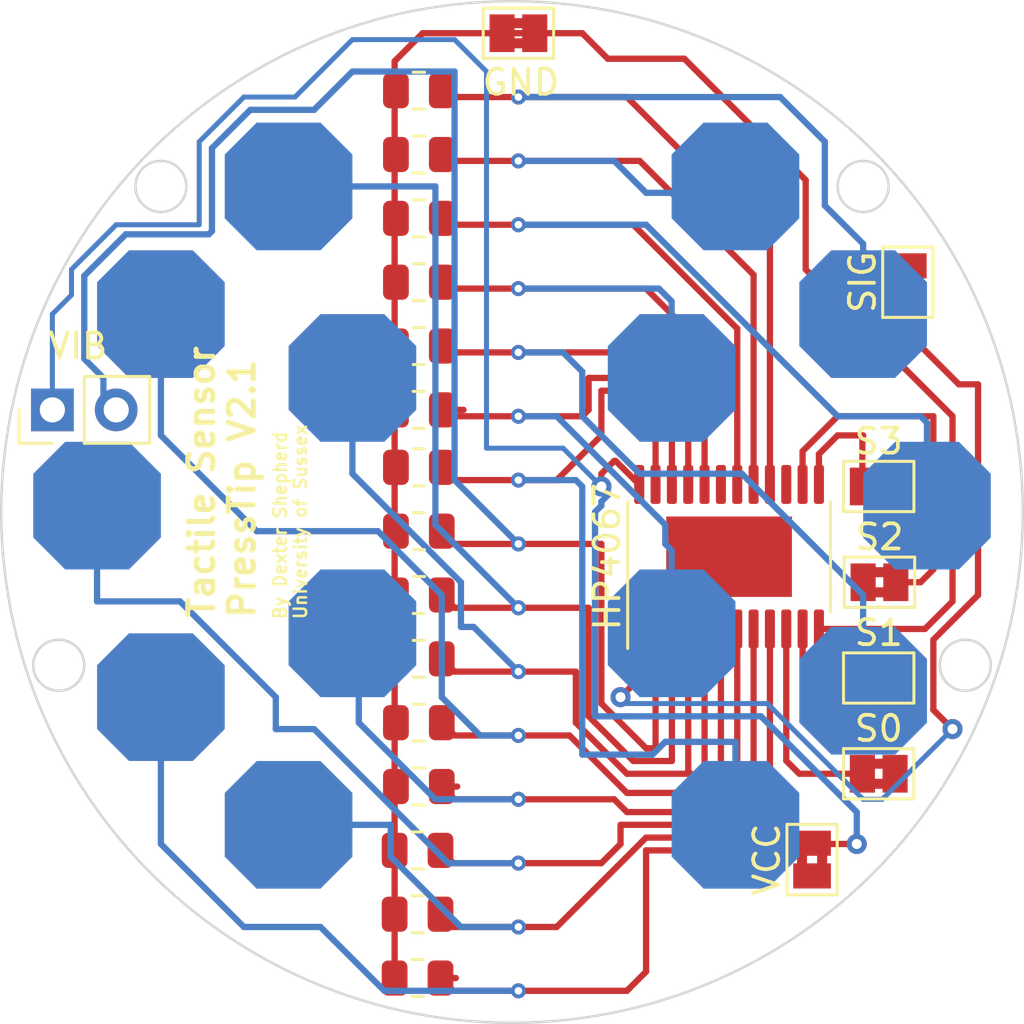
<source format=kicad_pcb>
(kicad_pcb (version 20221018) (generator pcbnew)
  (layers (0 "F.Cu" signal) (31 "B.Cu" signal) (34 "B.Paste" user) (35 "F.Paste" user) (36 "B.SilkS" user "B.Silkscreen") (37 "F.SilkS" user "F.Silkscreen") (38 "B.Mask" user) (39 "F.Mask" user) (44 "Edge.Cuts" user))
  (net 0 "")
  (footprint "Resistor_SMD:R_0805_2012Metric" (layer "F.Cu") (at 123.2935 105.156 180)
    (fp_text reference "REF**" hide)
    (fp_text value "R_0805_2012Metric" hide)
    (fp_line (start -0.227064 -0.735) (end 0.227064 -0.735) (stroke (width 0.12)) (layer "F.SilkS"))
    (fp_line (start -0.227064 0.735) (end 0.227064 0.735) (stroke (width 0.12)) (layer "F.SilkS"))
    (pad "1" smd roundrect (at -0.9125 0 180) (size 1.025 1.4) (layers "F.Cu" "F.Paste" "F.Mask") (roundrect_rratio 0.243902439))
    (pad "2" smd roundrect (at 0.9125 0 180) (size 1.025 1.4) (layers "F.Cu" "F.Paste" "F.Mask") (roundrect_rratio 0.243902439))
  )
  (footprint "Package_SO:HTSSOP-24-1EP_4.4x7.8mm_P0.65mm_EP3.2x5mm" (layer "F.Cu") (at 135.636 103.632 90)
    (fp_text reference "HP4067" (at 0 -4.85 90) (layer "F.SilkS"))
    (fp_text value "HTSSOP-24-1EP_4.4x7.8mm_P0.65mm_EP3.2x5mm" hide)
    (fp_line (start 0 -4.035) (end -3.65 -4.035) (stroke (width 0.12)) (layer "F.SilkS"))
    (fp_line (start 0 -4.035) (end 2.2 -4.035) (stroke (width 0.12)) (layer "F.SilkS"))
    (fp_line (start 0 4.035) (end -2.2 4.035) (stroke (width 0.12)) (layer "F.SilkS"))
    (fp_line (start 0 4.035) (end 2.2 4.035) (stroke (width 0.12)) (layer "F.SilkS"))
    (pad "1" smd roundrect (at -2.875 -3.575 90) (size 1.55 0.4) (layers "F.Cu" "F.Paste" "F.Mask"))
    (pad "2" smd roundrect (at -2.875 -2.925 90) (size 1.55 0.4) (layers "F.Cu" "F.Paste" "F.Mask"))
    (pad "3" smd roundrect (at -2.875 -2.275 90) (size 1.55 0.4) (layers "F.Cu" "F.Paste" "F.Mask"))
    (pad "4" smd roundrect (at -2.875 -1.625 90) (size 1.55 0.4) (layers "F.Cu" "F.Paste" "F.Mask"))
    (pad "5" smd roundrect (at -2.875 -0.975 90) (size 1.55 0.4) (layers "F.Cu" "F.Paste" "F.Mask"))
    (pad "6" smd roundrect (at -2.875 -0.325 90) (size 1.55 0.4) (layers "F.Cu" "F.Paste" "F.Mask"))
    (pad "7" smd roundrect (at -2.875 0.325 90) (size 1.55 0.4) (layers "F.Cu" "F.Paste" "F.Mask"))
    (pad "8" smd roundrect (at -2.875 0.975 90) (size 1.55 0.4) (layers "F.Cu" "F.Paste" "F.Mask"))
    (pad "9" smd roundrect (at -2.875 1.625 90) (size 1.55 0.4) (layers "F.Cu" "F.Paste" "F.Mask"))
    (pad "10" smd roundrect (at -2.875 2.275 90) (size 1.55 0.4) (layers "F.Cu" "F.Paste" "F.Mask"))
    (pad "11" smd roundrect (at -2.875 2.925 90) (size 1.55 0.4) (layers "F.Cu" "F.Paste" "F.Mask"))
    (pad "12" smd roundrect (at -2.875 3.575 90) (size 1.55 0.4) (layers "F.Cu" "F.Paste" "F.Mask"))
    (pad "13" smd roundrect (at 2.875 3.575 90) (size 1.55 0.4) (layers "F.Cu" "F.Paste" "F.Mask"))
    (pad "14" smd roundrect (at 2.875 2.925 90) (size 1.55 0.4) (layers "F.Cu" "F.Paste" "F.Mask"))
    (pad "15" smd roundrect (at 2.875 2.275 90) (size 1.55 0.4) (layers "F.Cu" "F.Paste" "F.Mask"))
    (pad "16" smd roundrect (at 2.875 1.625 90) (size 1.55 0.4) (layers "F.Cu" "F.Paste" "F.Mask"))
    (pad "17" smd roundrect (at 2.875 0.975 90) (size 1.55 0.4) (layers "F.Cu" "F.Paste" "F.Mask"))
    (pad "18" smd roundrect (at 2.875 0.325 90) (size 1.55 0.4) (layers "F.Cu" "F.Paste" "F.Mask"))
    (pad "19" smd roundrect (at 2.875 -0.325 90) (size 1.55 0.4) (layers "F.Cu" "F.Paste" "F.Mask"))
    (pad "20" smd roundrect (at 2.875 -0.975 90) (size 1.55 0.4) (layers "F.Cu" "F.Paste" "F.Mask"))
    (pad "21" smd roundrect (at 2.875 -1.625 90) (size 1.55 0.4) (layers "F.Cu" "F.Paste" "F.Mask"))
    (pad "22" smd roundrect (at 2.875 -2.275 90) (size 1.55 0.4) (layers "F.Cu" "F.Paste" "F.Mask"))
    (pad "23" smd roundrect (at 2.875 -2.925 90) (size 1.55 0.4) (layers "F.Cu" "F.Paste" "F.Mask"))
    (pad "24" smd roundrect (at 2.875 -3.575 90) (size 1.55 0.4) (layers "F.Cu" "F.Paste" "F.Mask"))
    (pad "25" smd rect (at 0 0 90) (size 3.2 5) (layers "F.Cu" "F.Mask"))
  )
  (footprint "Jumper:SolderJumper-2_P1.3mm_Bridged2Bar_Pad1.0x1.5mm" (layer "F.Cu") (at 141.62 104.648)
    (fp_text reference "S2" (at 0 -1.8) (layer "F.SilkS"))
    (fp_text value "SolderJumper-2_P1.3mm_Bridged2Bar_Pad1.0x1.5mm" hide)
    (fp_poly (pts (xy -0.25 -0.6) (xy 0.25 -0.6) (xy 0.25 -0.2) (xy -0.25 -0.2)) (fill solid) (layer "F.Cu"))
    (fp_poly (pts (xy -0.25 0.2) (xy 0.25 0.2) (xy 0.25 0.6) (xy -0.25 0.6)) (fill solid) (layer "F.Cu"))
    (fp_line (start -1.4 -1) (end 1.4 -1) (stroke (width 0.12)) (layer "F.SilkS"))
    (fp_line (start -1.4 1) (end -1.4 -1) (stroke (width 0.12)) (layer "F.SilkS"))
    (fp_line (start 1.4 -1) (end 1.4 1) (stroke (width 0.12)) (layer "F.SilkS"))
    (fp_line (start 1.4 1) (end -1.4 1) (stroke (width 0.12)) (layer "F.SilkS"))
    (pad "1" smd rect (at -0.65 0) (size 1 1.5) (layers "F.Cu" "F.Mask"))
    (pad "2" smd rect (at 0.65 0) (size 1 1.5) (layers "F.Cu" "F.Mask"))
  )
  (footprint "Resistor_SMD:R_0805_2012Metric" (layer "F.Cu") (at 123.24175 120.396 180)
    (fp_text reference "REF**" hide)
    (fp_text value "R_0805_2012Metric" hide)
    (fp_line (start -0.227064 -0.735) (end 0.227064 -0.735) (stroke (width 0.12)) (layer "F.SilkS"))
    (fp_line (start -0.227064 0.735) (end 0.227064 0.735) (stroke (width 0.12)) (layer "F.SilkS"))
    (pad "1" smd roundrect (at -0.9125 0 180) (size 1.025 1.4) (layers "F.Cu" "F.Paste" "F.Mask") (roundrect_rratio 0.243902439))
    (pad "2" smd roundrect (at 0.9125 0 180) (size 1.025 1.4) (layers "F.Cu" "F.Paste" "F.Mask") (roundrect_rratio 0.243902439))
  )
  (footprint "Resistor_SMD:R_0805_2012Metric" (layer "F.Cu") (at 123.2935 97.79 180)
    (fp_text reference "REF**" hide)
    (fp_text value "R_0805_2012Metric" hide)
    (fp_line (start -0.227064 -0.735) (end 0.227064 -0.735) (stroke (width 0.12)) (layer "F.SilkS"))
    (fp_line (start -0.227064 0.735) (end 0.227064 0.735) (stroke (width 0.12)) (layer "F.SilkS"))
    (pad "1" smd roundrect (at -0.9125 0 180) (size 1.025 1.4) (layers "F.Cu" "F.Paste" "F.Mask") (roundrect_rratio 0.243902439))
    (pad "2" smd roundrect (at 0.9125 0 180) (size 1.025 1.4) (layers "F.Cu" "F.Paste" "F.Mask") (roundrect_rratio 0.243902439))
  )
  (footprint "Resistor_SMD:R_0805_2012Metric" (layer "F.Cu") (at 123.24175 117.856 180)
    (fp_text reference "REF**" hide)
    (fp_text value "R_0805_2012Metric" hide)
    (fp_line (start -0.227064 -0.735) (end 0.227064 -0.735) (stroke (width 0.12)) (layer "F.SilkS"))
    (fp_line (start -0.227064 0.735) (end 0.227064 0.735) (stroke (width 0.12)) (layer "F.SilkS"))
    (pad "1" smd roundrect (at -0.9125 0 180) (size 1.025 1.4) (layers "F.Cu" "F.Paste" "F.Mask") (roundrect_rratio 0.243902439))
    (pad "2" smd roundrect (at 0.9125 0 180) (size 1.025 1.4) (layers "F.Cu" "F.Paste" "F.Mask") (roundrect_rratio 0.243902439))
  )
  (footprint "Jumper:SolderJumper-2_P1.3mm_Bridged2Bar_Pad1.0x1.5mm" (layer "F.Cu") (at 141.59 112.268)
    (fp_text reference "S0" (at 0 -1.8) (layer "F.SilkS"))
    (fp_text value "SolderJumper-2_P1.3mm_Bridged2Bar_Pad1.0x1.5mm" hide)
    (fp_poly (pts (xy -0.25 -0.6) (xy 0.25 -0.6) (xy 0.25 -0.2) (xy -0.25 -0.2)) (fill solid) (layer "F.Cu"))
    (fp_poly (pts (xy -0.25 0.2) (xy 0.25 0.2) (xy 0.25 0.6) (xy -0.25 0.6)) (fill solid) (layer "F.Cu"))
    (fp_line (start -1.4 -1) (end 1.4 -1) (stroke (width 0.12)) (layer "F.SilkS"))
    (fp_line (start -1.4 1) (end -1.4 -1) (stroke (width 0.12)) (layer "F.SilkS"))
    (fp_line (start 1.4 -1) (end 1.4 1) (stroke (width 0.12)) (layer "F.SilkS"))
    (fp_line (start 1.4 1) (end -1.4 1) (stroke (width 0.12)) (layer "F.SilkS"))
    (pad "1" smd rect (at -0.65 0) (size 1 1.5) (layers "F.Cu" "F.Mask"))
    (pad "2" smd rect (at 0.65 0) (size 1 1.5) (layers "F.Cu" "F.Mask"))
  )
  (footprint "Resistor_SMD:R_0805_2012Metric" (layer "F.Cu") (at 123.2935 112.776 180)
    (fp_text reference "REF**" hide)
    (fp_text value "R_0805_2012Metric" hide)
    (fp_line (start -0.227064 -0.735) (end 0.227064 -0.735) (stroke (width 0.12)) (layer "F.SilkS"))
    (fp_line (start -0.227064 0.735) (end 0.227064 0.735) (stroke (width 0.12)) (layer "F.SilkS"))
    (pad "1" smd roundrect (at -0.9125 0 180) (size 1.025 1.4) (layers "F.Cu" "F.Paste" "F.Mask") (roundrect_rratio 0.243902439))
    (pad "2" smd roundrect (at 0.9125 0 180) (size 1.025 1.4) (layers "F.Cu" "F.Paste" "F.Mask") (roundrect_rratio 0.243902439))
  )
  (footprint "Jumper:SolderJumper-2_P1.3mm_Bridged2Bar_Pad1.0x1.5mm" (layer "F.Cu") (at 138.938 115.682 90)
    (fp_text reference "VCC" (at 0 -1.8 90) (layer "F.SilkS"))
    (fp_text value "SolderJumper-2_P1.3mm_Bridged2Bar_Pad1.0x1.5mm" hide)
    (fp_poly (pts (xy -0.25 -0.6) (xy 0.25 -0.6) (xy 0.25 -0.2) (xy -0.25 -0.2)) (fill solid) (layer "F.Cu"))
    (fp_poly (pts (xy -0.25 0.2) (xy 0.25 0.2) (xy 0.25 0.6) (xy -0.25 0.6)) (fill solid) (layer "F.Cu"))
    (fp_line (start -1.4 -1) (end 1.4 -1) (stroke (width 0.12)) (layer "F.SilkS"))
    (fp_line (start -1.4 1) (end -1.4 -1) (stroke (width 0.12)) (layer "F.SilkS"))
    (fp_line (start 1.4 -1) (end 1.4 1) (stroke (width 0.12)) (layer "F.SilkS"))
    (fp_line (start 1.4 1) (end -1.4 1) (stroke (width 0.12)) (layer "F.SilkS"))
    (pad "1" smd rect (at -0.65 0 90) (size 1 1.5) (layers "F.Cu" "F.Mask"))
    (pad "2" smd rect (at 0.65 0 90) (size 1 1.5) (layers "F.Cu" "F.Mask"))
  )
  (footprint "Resistor_SMD:R_0805_2012Metric" (layer "F.Cu") (at 123.2935 110.236 180)
    (fp_text reference "REF**" hide)
    (fp_text value "R_0805_2012Metric" hide)
    (fp_line (start -0.227064 -0.735) (end 0.227064 -0.735) (stroke (width 0.12)) (layer "F.SilkS"))
    (fp_line (start -0.227064 0.735) (end 0.227064 0.735) (stroke (width 0.12)) (layer "F.SilkS"))
    (pad "1" smd roundrect (at -0.9125 0 180) (size 1.025 1.4) (layers "F.Cu" "F.Paste" "F.Mask") (roundrect_rratio 0.243902439))
    (pad "2" smd roundrect (at 0.9125 0 180) (size 1.025 1.4) (layers "F.Cu" "F.Paste" "F.Mask") (roundrect_rratio 0.243902439))
  )
  (footprint "Resistor_SMD:R_0805_2012Metric" (layer "F.Cu") (at 123.2935 100.076 180)
    (fp_text reference "REF**" hide)
    (fp_text value "R_0805_2012Metric" hide)
    (fp_line (start -0.227064 -0.735) (end 0.227064 -0.735) (stroke (width 0.12)) (layer "F.SilkS"))
    (fp_line (start -0.227064 0.735) (end 0.227064 0.735) (stroke (width 0.12)) (layer "F.SilkS"))
    (pad "1" smd roundrect (at -0.9125 0 180) (size 1.025 1.4) (layers "F.Cu" "F.Paste" "F.Mask") (roundrect_rratio 0.243902439))
    (pad "2" smd roundrect (at 0.9125 0 180) (size 1.025 1.4) (layers "F.Cu" "F.Paste" "F.Mask") (roundrect_rratio 0.243902439))
  )
  (footprint "Resistor_SMD:R_0805_2012Metric" (layer "F.Cu") (at 123.2935 92.71 180)
    (fp_text reference "REF**" hide)
    (fp_text value "R_0805_2012Metric" hide)
    (fp_line (start -0.227064 -0.735) (end 0.227064 -0.735) (stroke (width 0.12)) (layer "F.SilkS"))
    (fp_line (start -0.227064 0.735) (end 0.227064 0.735) (stroke (width 0.12)) (layer "F.SilkS"))
    (pad "1" smd roundrect (at -0.9125 0 180) (size 1.025 1.4) (layers "F.Cu" "F.Paste" "F.Mask") (roundrect_rratio 0.243902439))
    (pad "2" smd roundrect (at 0.9125 0 180) (size 1.025 1.4) (layers "F.Cu" "F.Paste" "F.Mask") (roundrect_rratio 0.243902439))
  )
  (footprint "Resistor_SMD:R_0805_2012Metric" (layer "F.Cu") (at 123.24175 115.316 180)
    (fp_text reference "REF**" hide)
    (fp_text value "R_0805_2012Metric" hide)
    (fp_line (start -0.227064 -0.735) (end 0.227064 -0.735) (stroke (width 0.12)) (layer "F.SilkS"))
    (fp_line (start -0.227064 0.735) (end 0.227064 0.735) (stroke (width 0.12)) (layer "F.SilkS"))
    (pad "1" smd roundrect (at -0.9125 0 180) (size 1.025 1.4) (layers "F.Cu" "F.Paste" "F.Mask") (roundrect_rratio 0.243902439))
    (pad "2" smd roundrect (at 0.9125 0 180) (size 1.025 1.4) (layers "F.Cu" "F.Paste" "F.Mask") (roundrect_rratio 0.243902439))
  )
  (footprint "Jumper:SolderJumper-2_P1.3mm_Bridged2Bar_Pad1.0x1.5mm" (layer "F.Cu") (at 142.748 92.71 90)
    (fp_text reference "SIG" (at 0 -1.8 90) (layer "F.SilkS"))
    (fp_text value "SolderJumper-2_P1.3mm_Bridged2Bar_Pad1.0x1.5mm" hide)
    (fp_poly (pts (xy -0.25 -0.6) (xy 0.25 -0.6) (xy 0.25 -0.2) (xy -0.25 -0.2)) (fill solid) (layer "F.Cu"))
    (fp_poly (pts (xy -0.25 0.2) (xy 0.25 0.2) (xy 0.25 0.6) (xy -0.25 0.6)) (fill solid) (layer "F.Cu"))
    (fp_line (start -1.4 -1) (end 1.4 -1) (stroke (width 0.12)) (layer "F.SilkS"))
    (fp_line (start -1.4 1) (end -1.4 -1) (stroke (width 0.12)) (layer "F.SilkS"))
    (fp_line (start 1.4 -1) (end 1.4 1) (stroke (width 0.12)) (layer "F.SilkS"))
    (fp_line (start 1.4 1) (end -1.4 1) (stroke (width 0.12)) (layer "F.SilkS"))
    (pad "1" smd rect (at -0.65 0 90) (size 1 1.5) (layers "F.Cu" "F.Mask"))
    (pad "2" smd rect (at 0.65 0 90) (size 1 1.5) (layers "F.Cu" "F.Mask"))
  )
  (footprint "Resistor_SMD:R_0805_2012Metric" (layer "F.Cu") (at 123.2935 107.696 180)
    (fp_text reference "REF**" hide)
    (fp_text value "R_0805_2012Metric" hide)
    (fp_line (start -0.227064 -0.735) (end 0.227064 -0.735) (stroke (width 0.12)) (layer "F.SilkS"))
    (fp_line (start -0.227064 0.735) (end 0.227064 0.735) (stroke (width 0.12)) (layer "F.SilkS"))
    (pad "1" smd roundrect (at -0.9125 0 180) (size 1.025 1.4) (layers "F.Cu" "F.Paste" "F.Mask") (roundrect_rratio 0.243902439))
    (pad "2" smd roundrect (at 0.9125 0 180) (size 1.025 1.4) (layers "F.Cu" "F.Paste" "F.Mask") (roundrect_rratio 0.243902439))
  )
  (footprint "Resistor_SMD:R_0805_2012Metric" (layer "F.Cu") (at 123.2935 87.63 180)
    (fp_text reference "REF**" hide)
    (fp_text value "R_0805_2012Metric" hide)
    (fp_line (start -0.227064 -0.735) (end 0.227064 -0.735) (stroke (width 0.12)) (layer "F.SilkS"))
    (fp_line (start -0.227064 0.735) (end 0.227064 0.735) (stroke (width 0.12)) (layer "F.SilkS"))
    (pad "1" smd roundrect (at -0.9125 0 180) (size 1.025 1.4) (layers "F.Cu" "F.Paste" "F.Mask") (roundrect_rratio 0.243902439))
    (pad "2" smd roundrect (at 0.9125 0 180) (size 1.025 1.4) (layers "F.Cu" "F.Paste" "F.Mask") (roundrect_rratio 0.243902439))
  )
  (footprint "Resistor_SMD:R_0805_2012Metric" (layer "F.Cu") (at 123.2935 95.25 180)
    (fp_text reference "REF**" hide)
    (fp_text value "R_0805_2012Metric" hide)
    (fp_line (start -0.227064 -0.735) (end 0.227064 -0.735) (stroke (width 0.12)) (layer "F.SilkS"))
    (fp_line (start -0.227064 0.735) (end 0.227064 0.735) (stroke (width 0.12)) (layer "F.SilkS"))
    (pad "1" smd roundrect (at -0.9125 0 180) (size 1.025 1.4) (layers "F.Cu" "F.Paste" "F.Mask") (roundrect_rratio 0.243902439))
    (pad "2" smd roundrect (at 0.9125 0 180) (size 1.025 1.4) (layers "F.Cu" "F.Paste" "F.Mask") (roundrect_rratio 0.243902439))
  )
  (footprint "Jumper:SolderJumper-2_P1.3mm_Bridged2Bar_Pad1.0x1.5mm" (layer "F.Cu") (at 141.59 108.458)
    (fp_text reference "S1" (at 0 -1.8) (layer "F.SilkS"))
    (fp_text value "SolderJumper-2_P1.3mm_Bridged2Bar_Pad1.0x1.5mm" hide)
    (fp_poly (pts (xy -0.25 -0.6) (xy 0.25 -0.6) (xy 0.25 -0.2) (xy -0.25 -0.2)) (fill solid) (layer "F.Cu"))
    (fp_poly (pts (xy -0.25 0.2) (xy 0.25 0.2) (xy 0.25 0.6) (xy -0.25 0.6)) (fill solid) (layer "F.Cu"))
    (fp_line (start -1.4 -1) (end 1.4 -1) (stroke (width 0.12)) (layer "F.SilkS"))
    (fp_line (start -1.4 1) (end -1.4 -1) (stroke (width 0.12)) (layer "F.SilkS"))
    (fp_line (start 1.4 -1) (end 1.4 1) (stroke (width 0.12)) (layer "F.SilkS"))
    (fp_line (start 1.4 1) (end -1.4 1) (stroke (width 0.12)) (layer "F.SilkS"))
    (pad "1" smd rect (at -0.65 0) (size 1 1.5) (layers "F.Cu" "F.Mask"))
    (pad "2" smd rect (at 0.65 0) (size 1 1.5) (layers "F.Cu" "F.Mask"))
  )
  (footprint "Jumper:SolderJumper-2_P1.3mm_Bridged2Bar_Pad1.0x1.5mm" (layer "F.Cu") (at 127.254 82.804 180)
    (fp_text reference "SIG" hide)
    (fp_text value "SolderJumper-2_P1.3mm_Bridged2Bar_Pad1.0x1.5mm" hide)
    (fp_poly (pts (xy -0.25 -0.6) (xy 0.25 -0.6) (xy 0.25 -0.2) (xy -0.25 -0.2)) (fill solid) (layer "F.Cu"))
    (fp_poly (pts (xy -0.25 0.2) (xy 0.25 0.2) (xy 0.25 0.6) (xy -0.25 0.6)) (fill solid) (layer "F.Cu"))
    (fp_line (start -1.4 -1) (end 1.4 -1) (stroke (width 0.12)) (layer "F.SilkS"))
    (fp_line (start -1.4 1) (end -1.4 -1) (stroke (width 0.12)) (layer "F.SilkS"))
    (fp_line (start 1.4 -1) (end 1.4 1) (stroke (width 0.12)) (layer "F.SilkS"))
    (fp_line (start 1.4 1) (end -1.4 1) (stroke (width 0.12)) (layer "F.SilkS"))
    (pad "1" smd rect (at -0.65 0 180) (size 1 1.5) (layers "F.Cu" "F.Mask"))
    (pad "2" smd rect (at 0.65 0 180) (size 1 1.5) (layers "F.Cu" "F.Mask"))
  )
  (footprint "Resistor_SMD:R_0805_2012Metric" (layer "F.Cu") (at 123.2935 85.09 180)
    (fp_text reference "REF**" hide)
    (fp_text value "R_0805_2012Metric" hide)
    (fp_line (start -0.227064 -0.735) (end 0.227064 -0.735) (stroke (width 0.12)) (layer "F.SilkS"))
    (fp_line (start -0.227064 0.735) (end 0.227064 0.735) (stroke (width 0.12)) (layer "F.SilkS"))
    (pad "1" smd roundrect (at -0.9125 0 180) (size 1.025 1.4) (layers "F.Cu" "F.Paste" "F.Mask") (roundrect_rratio 0.243902439))
    (pad "2" smd roundrect (at 0.9125 0 180) (size 1.025 1.4) (layers "F.Cu" "F.Paste" "F.Mask") (roundrect_rratio 0.243902439))
  )
  (footprint "Connector_PinHeader_2.54mm:PinHeader_1x02_P2.54mm_Vertical" (layer "F.Cu") (at 108.712 97.79 90)
    (fp_text reference "VIB" (at 2.54 1.016 180) (layer "F.SilkS"))
    (fp_text value "PinHeader_1x02_P2.54mm_Vertical" hide)
    (fp_line (start -1.33 -1.33) (end 0 -1.33) (stroke (width 0.12)) (layer "F.SilkS"))
    (fp_line (start -1.33 0) (end -1.33 -1.33) (stroke (width 0.12)) (layer "F.SilkS"))
    (fp_line (start -1.33 1.27) (end -1.33 3.87) (stroke (width 0.12)) (layer "F.SilkS"))
    (fp_line (start -1.33 1.27) (end 1.33 1.27) (stroke (width 0.12)) (layer "F.SilkS"))
    (fp_line (start -1.33 3.87) (end 1.33 3.87) (stroke (width 0.12)) (layer "F.SilkS"))
    (fp_line (start 1.33 1.27) (end 1.33 3.87) (stroke (width 0.12)) (layer "F.SilkS"))
    (pad "1" thru_hole rect (at 0 0 90) (size 1.7 1.7) (drill 1) (layers "*.Cu" "F.Mask"))
    (pad "2" thru_hole oval (at 0 2.54 90) (size 1.7 1.7) (drill 1) (layers "*.Cu" "F.Mask"))
  )
  (footprint "Resistor_SMD:R_0805_2012Metric" (layer "F.Cu") (at 123.2935 102.616 180)
    (fp_text reference "REF**" hide)
    (fp_text value "R_0805_2012Metric" hide)
    (fp_line (start -0.227064 -0.735) (end 0.227064 -0.735) (stroke (width 0.12)) (layer "F.SilkS"))
    (fp_line (start -0.227064 0.735) (end 0.227064 0.735) (stroke (width 0.12)) (layer "F.SilkS"))
    (pad "1" smd roundrect (at -0.9125 0 180) (size 1.025 1.4) (layers "F.Cu" "F.Paste" "F.Mask") (roundrect_rratio 0.243902439))
    (pad "2" smd roundrect (at 0.9125 0 180) (size 1.025 1.4) (layers "F.Cu" "F.Paste" "F.Mask") (roundrect_rratio 0.243902439))
  )
  (footprint "Jumper:SolderJumper-2_P1.3mm_Bridged2Bar_Pad1.0x1.5mm" (layer "F.Cu") (at 141.59 100.838)
    (fp_text reference "S3" (at 0 -1.8) (layer "F.SilkS"))
    (fp_text value "SolderJumper-2_P1.3mm_Bridged2Bar_Pad1.0x1.5mm" hide)
    (fp_poly (pts (xy -0.25 -0.6) (xy 0.25 -0.6) (xy 0.25 -0.2) (xy -0.25 -0.2)) (fill solid) (layer "F.Cu"))
    (fp_poly (pts (xy -0.25 0.2) (xy 0.25 0.2) (xy 0.25 0.6) (xy -0.25 0.6)) (fill solid) (layer "F.Cu"))
    (fp_line (start -1.4 -1) (end 1.4 -1) (stroke (width 0.12)) (layer "F.SilkS"))
    (fp_line (start -1.4 1) (end -1.4 -1) (stroke (width 0.12)) (layer "F.SilkS"))
    (fp_line (start 1.4 -1) (end 1.4 1) (stroke (width 0.12)) (layer "F.SilkS"))
    (fp_line (start 1.4 1) (end -1.4 1) (stroke (width 0.12)) (layer "F.SilkS"))
    (pad "1" smd rect (at -0.65 0) (size 1 1.5) (layers "F.Cu" "F.Mask"))
    (pad "2" smd rect (at 0.65 0) (size 1 1.5) (layers "F.Cu" "F.Mask"))
  )
  (footprint "Resistor_SMD:R_0805_2012Metric" (layer "F.Cu") (at 123.2935 90.17 180)
    (fp_text reference "REF**" hide)
    (fp_text value "R_0805_2012Metric" hide)
    (fp_line (start -0.227064 -0.735) (end 0.227064 -0.735) (stroke (width 0.12)) (layer "F.SilkS"))
    (fp_line (start -0.227064 0.735) (end 0.227064 0.735) (stroke (width 0.12)) (layer "F.SilkS"))
    (pad "1" smd roundrect (at -0.9125 0 180) (size 1.025 1.4) (layers "F.Cu" "F.Paste" "F.Mask") (roundrect_rratio 0.243902439))
    (pad "2" smd roundrect (at 0.9125 0 180) (size 1.025 1.4) (layers "F.Cu" "F.Paste" "F.Mask") (roundrect_rratio 0.243902439))
  )
  (gr_line (start 125.984 99.314) (end 129.032 99.314) (stroke (width 0.2)) (layer "B.Cu"))
  (gr_line (start 108.712 96.52) (end 108.712 93.98) (stroke (width 0.2)) (layer "B.Cu"))
  (gr_line (start 108.712 93.98) (end 109.474 93.218) (stroke (width 0.2)) (layer "B.Cu"))
  (gr_line (start 116.332 85.344) (end 118.364 85.344) (stroke (width 0.2)) (layer "B.Cu"))
  (gr_line (start 114.554 87.122) (end 116.332 85.344) (stroke (width 0.2)) (layer "B.Cu"))
  (gr_line (start 114.554 90.424) (end 114.554 87.122) (stroke (width 0.2)) (layer "B.Cu"))
  (gr_line (start 124.714 83.058) (end 125.984 84.328) (stroke (width 0.2)) (layer "B.Cu"))
  (gr_line (start 109.474 93.218) (end 109.474 92.202) (stroke (width 0.2)) (layer "B.Cu"))
  (gr_line (start 131.572 109.474) (end 137.16 109.474) (stroke (width 0.2)) (layer "B.Cu"))
  (gr_line (start 109.474 92.202) (end 111.252 90.424) (stroke (width 0.2)) (layer "B.Cu"))
  (gr_line (start 108.712 96.52) (end 108.712 97.028) (stroke (width 0.2)) (layer "B.Cu"))
  (gr_line (start 125.984 84.328) (end 125.984 99.314) (stroke (width 0.2)) (layer "B.Cu"))
  (gr_line (start 137.16 109.474) (end 140.97 113.284) (stroke (width 0.2)) (layer "B.Cu"))
  (gr_line (start 111.252 90.424) (end 114.554 90.424) (stroke (width 0.2)) (layer "B.Cu"))
  (gr_line (start 129.032 99.314) (end 130.556 100.838) (stroke (width 0.2)) (layer "B.Cu"))
  (gr_line (start 118.364 85.344) (end 120.65 83.058) (stroke (width 0.2)) (layer "B.Cu"))
  (gr_line (start 140.97 113.284) (end 141.732 113.284) (stroke (width 0.2)) (layer "B.Cu"))
  (gr_line (start 131.318 109.22) (end 131.572 109.474) (stroke (width 0.2)) (layer "B.Cu"))
  (gr_line (start 141.732 113.284) (end 144.526 110.49) (stroke (width 0.2)) (layer "B.Cu"))
  (gr_line (start 120.65 83.058) (end 124.714 83.058) (stroke (width 0.2)) (layer "B.Cu"))
  (gr_circle (center 145.034 107.95) (end 145.034 106.934) (stroke (width 0.1)) (fill none) (layer "Edge.Cuts"))
  (gr_circle (center 127 101.854) (end 127.254 81.534) (stroke (width 0.1)) (fill none) (layer "Edge.Cuts"))
  (gr_circle (center 113.03 88.9) (end 113.03 87.884) (stroke (width 0.1)) (fill none) (layer "Edge.Cuts"))
  (gr_circle (center 108.966 107.95) (end 108.966 106.934) (stroke (width 0.1)) (fill none) (layer "Edge.Cuts"))
  (gr_circle (center 140.97 88.9) (end 140.97 87.884) (stroke (width 0.1)) (fill none) (layer "Edge.Cuts"))
  (gr_text "By Dexter Shepherd\nUniversity of Sussex" (at 118.872 106.172 90) (layer "F.SilkS") (effects (font (size 0.5 0.5) (thickness 0.1) bold) (justify left bottom)))
  (gr_text "GND\n" (at 125.73 85.344) (layer "F.SilkS") (effects (font (size 1 1)) (justify left bottom)))
  (gr_text "Tactile Sensor\nPressTip V2.1\n" (at 116.84 106.172 90) (layer "F.SilkS") (effects (font (size 1 1) (thickness 0.2) bold) (justify left bottom)))
  (segment (start 138.561 99.437) (end 139.954 98.044) (width 0.25) (layer "F.Cu") (net 0))
  (segment (start 137.911 106.507) (end 137.911 111.749) (width 0.25) (layer "F.Cu") (net 0))
  (segment (start 124.46 95.25) (end 124.206 95.504) (width 0.25) (layer "F.Cu") (net 0))
  (segment (start 132.711 100.757) (end 132.711 97.151) (width 0.25) (layer "F.Cu") (net 0))
  (segment (start 129.794 82.804) (end 127.254 82.804) (width 0.25) (layer "F.Cu") (net 0))
  (segment (start 132.334 92.964) (end 127.254 92.964) (width 0.25) (layer "F.Cu") (net 0))
  (segment (start 140.94 98.836) (end 140.94 100.838) (width 0.25) (layer "F.Cu") (net 0))
  (segment (start 127.254 82.804) (end 123.444 82.804) (width 0.25) (layer "F.Cu") (net 0))
  (segment (start 135.311 106.507) (end 135.311 113.609) (width 0.25) (layer "F.Cu") (net 0))
  (segment (start 131.064 99.822) (end 130.556 100.33) (width 0.25) (layer "F.Cu") (net 0))
  (segment (start 124.46 92.964) (end 124.206 92.71) (width 0.25) (layer "F.Cu") (net 0))
  (segment (start 143.764 106.934) (end 143.764 109.728) (width 0.25) (layer "F.Cu") (net 0))
  (segment (start 138.561 106.507) (end 138.561 108.335) (width 0.25) (layer "F.Cu") (net 0))
  (segment (start 127.254 120.904) (end 124.66225 120.904) (width 0.25) (layer "F.Cu") (net 0))
  (segment (start 130.556 100.33) (end 130.556 100.838) (width 0.25) (layer "F.Cu") (net 0))
  (segment (start 133.858 83.82) (end 130.81 83.82) (width 0.25) (layer "F.Cu") (net 0))
  (segment (start 127.254 105.664) (end 124.714 105.664) (width 0.25) (layer "F.Cu") (net 0))
  (segment (start 144.526 105.41) (end 144.526 98.044) (width 0.25) (layer "F.Cu") (net 0))
  (segment (start 132.334 120.142) (end 131.572 120.904) (width 0.25) (layer "F.Cu") (net 0))
  (segment (start 122.32925 83.91875) (end 122.32925 120.396) (width 0.25) (layer "F.Cu") (net 0))
  (segment (start 132.711 106.507) (end 132.711 111.252) (width 0.25) (layer "F.Cu") (net 0))
  (segment (start 124.76575 120.396) (end 124.15425 120.396) (width 0.25) (layer "F.Cu") (net 0))
  (segment (start 127.254 118.364) (end 124.66225 118.364) (width 0.25) (layer "F.Cu") (net 0))
  (segment (start 124.46 85.09) (end 124.206 84.836) (width 0.25) (layer "F.Cu") (net 0))
  (segment (start 142.748 94.742) (end 142.748 93.36) (width 0.25) (layer "F.Cu") (net 0))
  (segment (start 130.81 83.82) (end 129.794 82.804) (width 0.25) (layer "F.Cu") (net 0))
  (segment (start 131.572 112.268) (end 129.54 110.236) (width 0.25) (layer "F.Cu") (net 0))
  (segment (start 136.611 92.415) (end 132.08 87.884) (width 0.25) (layer "F.Cu") (net 0))
  (segment (start 124.46 100.076) (end 124.206 99.822) (width 0.25) (layer "F.Cu") (net 0))
  (segment (start 132.334 114.808) (end 136.398 114.808) (width 0.25) (layer "F.Cu") (net 0))
  (segment (start 129.794 117.348) (end 128.778 118.364) (width 0.25) (layer "F.Cu") (net 0))
  (segment (start 124.40825 117.856) (end 124.15425 118.11) (width 0.25) (layer "F.Cu") (net 0))
  (segment (start 131.572 120.904) (end 127.254 120.904) (width 0.25) (layer "F.Cu") (net 0))
  (segment (start 124.46 110.236) (end 124.206 110.49) (width 0.25) (layer "F.Cu") (net 0))
  (segment (start 130.556 98.806) (end 128.778 100.584) (width 0.25) (layer "F.Cu") (net 0))
  (segment (start 139.211 99.549) (end 139.954 98.806) (width 0.25) (layer "F.Cu") (net 0))
  (segment (start 127.254 98.044) (end 124.46 98.044) (width 0.25) (layer "F.Cu") (net 0))
  (segment (start 131.572 113.792) (end 131.064 113.284) (width 0.25) (layer "F.Cu") (net 0))
  (segment (start 133.361 111.76) (end 131.826 111.76) (width 0.25) (layer "F.Cu") (net 0))
  (segment (start 143.764 106.934) (end 145.542 105.156) (width 0.25) (layer "F.Cu") (net 0))
  (segment (start 132.711 111.252) (end 132.334 111.252) (width 0.25) (layer "F.Cu") (net 0))
  (segment (start 134.011 100.757) (end 134.011 96.673) (width 0.25) (layer "F.Cu") (net 0))
  (segment (start 132.588 97.028) (end 130.556 97.028) (width 0.25) (layer "F.Cu") (net 0))
  (segment (start 134.011 96.673) (end 132.842 95.504) (width 0.25) (layer "F.Cu") (net 0))
  (segment (start 134.661 112.989) (end 134.62 113.03) (width 0.25) (layer "F.Cu") (net 0))
  (segment (start 130.556 109.474) (end 130.556 103.124) (width 0.25) (layer "F.Cu") (net 0))
  (segment (start 129.286 110.744) (end 127.254 110.744) (width 0.25) (layer "F.Cu") (net 0))
  (segment (start 131.318 115.062) (end 130.556 115.824) (width 0.25) (layer "F.Cu") (net 0))
  (segment (start 134.661 95.291) (end 132.334 92.964) (width 0.25) (layer "F.Cu") (net 0))
  (segment (start 132.334 111.252) (end 130.556 109.474) (width 0.25) (layer "F.Cu") (net 0))
  (segment (start 124.66225 115.824) (end 124.15425 115.316) (width 0.25) (layer "F.Cu") (net 0))
  (segment (start 123.444 82.804) (end 122.32925 83.91875) (width 0.25) (layer "F.Cu") (net 0))
  (segment (start 130.048 105.664) (end 127.254 105.664) (width 0.25) (layer "F.Cu") (net 0))
  (segment (start 127.254 90.424) (end 124.46 90.424) (width 0.25) (layer "F.Cu") (net 0))
  (segment (start 131.318 114.3) (end 131.318 115.062) (width 0.25) (layer "F.Cu") (net 0))
  (segment (start 135.636 114.3) (end 131.318 114.3) (width 0.25) (layer "F.Cu") (net 0))
  (segment (start 132.334 115.316) (end 132.334 120.142) (width 0.25) (layer "F.Cu") (net 0))
  (segment (start 135.961 94.559) (end 131.826 90.424) (width 0.25) (layer "F.Cu") (net 0))
  (segment (start 124.8175 112.776) (end 124.206 112.776) (width 0.25) (layer "F.Cu") (net 0))
  (segment (start 136.398 114.808) (end 136.611 114.595) (width 0.25) (layer "F.Cu") (net 0))
  (segment (start 133.361 100.757) (end 133.361 97.039) (width 0.25) (layer "F.Cu") (net 0))
  (segment (start 131.826 111.76) (end 130.048 109.982) (width 0.25) (layer "F.Cu") (net 0))
  (segment (start 138.684 88.646) (end 133.858 83.82) (width 0.25) (layer "F.Cu") (net 0))
  (segment (start 129.794 98.044) (end 127.254 98.044) (width 0.25) (layer "F.Cu") (net 0))
  (segment (start 131.572 113.03) (end 129.286 110.744) (width 0.25) (layer "F.Cu") (net 0))
  (segment (start 124.46 85.344) (end 124.206 85.09) (width 0.25) (layer "F.Cu") (net 0))
  (segment (start 138.561 100.757) (end 138.561 99.437) (width 0.25) (layer "F.Cu") (net 0))
  (segment (start 134.011 106.507) (end 134.011 112.167) (width 0.25) (layer "F.Cu") (net 0))
  (segment (start 137.261 91.033) (end 131.572 85.344) (width 0.25) (layer "F.Cu") (net 0))
  (segment (start 128.778 118.364) (end 127.254 118.364) (width 0.25) (layer "F.Cu") (net 0))
  (segment (start 135.311 113.609) (end 135.128 113.792) (width 0.25) (layer "F.Cu") (net 0))
  (segment (start 139.954 98.806) (end 140.97 98.806) (width 0.25) (layer "F.Cu") (net 0))
  (segment (start 125.0715 97.79) (end 124.8175 97.79) (width 0.25) (layer "F.Cu") (net 0))
  (segment (start 130.556 103.124) (end 127.254 103.124) (width 0.25) (layer "F.Cu") (net 0))
  (segment (start 127.254 115.824) (end 124.66225 115.824) (width 0.25) (layer "F.Cu") (net 0))
  (segment (start 137.261 100.757) (end 137.261 91.033) (width 0.25) (layer "F.Cu") (net 0))
  (segment (start 135.128 113.792) (end 131.572 113.792) (width 0.25) (layer "F.Cu") (net 0))
  (segment (start 124.714 110.744) (end 124.206 110.236) (width 0.25) (layer "F.Cu") (net 0))
  (segment (start 134.112 112.268) (end 131.572 112.268) (width 0.25) (layer "F.Cu") (net 0))
  (segment (start 127.254 85.344) (end 124.46 85.344) (width 0.25) (layer "F.Cu") (net 0))
  (segment (start 145.542 96.774) (end 144.78 96.774) (width 0.25) (layer "F.Cu") (net 0))
  (segment (start 139.211 100.757) (end 139.211 99.549) (width 0.25) (layer "F.Cu") (net 0))
  (segment (start 130.048 97.79) (end 129.794 98.044) (width 0.25) (layer "F.Cu") (net 0))
  (segment (start 124.8175 97.79) (end 124.206 97.79) (width 0.25) (layer "F.Cu") (net 0))
  (segment (start 139.954 98.044) (end 143.764 98.044) (width 0.25) (layer "F.Cu") (net 0))
  (segment (start 127.254 103.124) (end 124.714 103.124) (width 0.25) (layer "F.Cu") (net 0))
  (segment (start 129.54 110.236) (end 129.54 108.204) (width 0.25) (layer "F.Cu") (net 0))
  (segment (start 129.794 117.348) (end 132.334 114.808) (width 0.25) (layer "F.Cu") (net 0))
  (segment (start 137.261 114.707) (end 136.652 115.316) (width 0.25) (layer "F.Cu") (net 0))
  (segment (start 130.048 96.52) (end 130.048 97.79) (width 0.25) (layer "F.Cu") (net 0))
  (segment (start 124.46 87.884) (end 124.206 87.63) (width 0.25) (layer "F.Cu") (net 0))
  (segment (start 131.126 99.822) (end 131.064 99.822) (width 0.25) (layer "F.Cu") (net 0))
  (segment (start 135.961 106.507) (end 135.961 113.975) (width 0.25) (layer "F.Cu") (net 0))
  (segment (start 133.361 106.507) (end 133.361 111.76) (width 0.25) (layer "F.Cu") (net 0))
  (segment (start 138.968 115.062) (end 138.938 115.032) (width 0.25) (layer "F.Cu") (net 0))
  (segment (start 131.064 113.284) (end 127.254 113.284) (width 0.25) (layer "F.Cu") (net 0))
  (segment (start 130.556 97.028) (end 130.556 98.806) (width 0.25) (layer "F.Cu") (net 0))
  (segment (start 124.714 105.664) (end 124.206 105.156) (width 0.25) (layer "F.Cu") (net 0))
  (segment (start 137.911 111.749) (end 138.43 112.268) (width 0.25) (layer "F.Cu") (net 0))
  (segment (start 128.778 100.584) (end 127.254 100.584) (width 0.25) (layer "F.Cu") (net 0))
  (segment (start 133.361 97.039) (end 132.842 96.52) (width 0.25) (layer "F.Cu") (net 0))
  (segment (start 143.764 98.044) (end 143.764 104.14) (width 0.25) (layer "F.Cu") (net 0))
  (segment (start 132.061 106.507) (end 132.061 108.477) (width 0.25) (layer "F.Cu") (net 0))
  (segment (start 129.54 108.204) (end 127.254 108.204) (width 0.25) (layer "F.Cu") (net 0))
  (segment (start 130.048 109.982) (end 130.048 105.664) (width 0.25) (layer "F.Cu") (net 0))
  (segment (start 143.764 109.728) (end 144.526 110.49) (width 0.25) (layer "F.Cu") (net 0))
  (segment (start 138.684 108.458) (end 140.94 108.458) (width 0.25) (layer "F.Cu") (net 0))
  (segment (start 124.66225 118.364) (end 124.15425 117.856) (width 0.25) (layer "F.Cu") (net 0))
  (segment (start 134.62 113.03) (end 131.572 113.03) (width 0.25) (layer "F.Cu") (net 0))
  (segment (start 132.08 87.884) (end 127.254 87.884) (width 0.25) (layer "F.Cu") (net 0))
  (segment (start 124.46 95.504) (end 124.206 95.25) (width 0.25) (layer "F.Cu") (net 0))
  (segment (start 138.43 112.268) (end 140.94 112.268) (width 0.25) (layer "F.Cu") (net 0))
  (segment (start 134.011 112.167) (end 134.112 112.268) (width 0.25) (layer "F.Cu") (net 0))
  (segment (start 136.611 100.757) (end 136.611 92.415) (width 0.25) (layer "F.Cu") (net 0))
  (segment (start 136.611 114.595) (end 136.611 106.507) (width 0.25) (layer "F.Cu") (net 0))
  (segment (start 124.714 100.584) (end 124.206 100.076) (width 0.25) (layer "F.Cu") (net 0))
  (segment (start 127.254 110.744) (end 124.714 110.744) (width 0.25) (layer "F.Cu") (net 0))
  (segment (start 127.254 92.964) (end 124.46 92.964) (width 0.25) (layer "F.Cu") (net 0))
  (segment (start 124.714 108.204) (end 124.206 107.696) (width 0.25) (layer "F.Cu") (net 0))
  (segment (start 132.061 100.757) (end 131.126 99.822) (width 0.25) (layer "F.Cu") (net 0))
  (segment (start 145.542 105.156) (end 145.542 96.774) (width 0.25) (layer "F.Cu") (net 0))
  (segment (start 127.254 113.284) (end 124.714 113.284) (width 0.25) (layer "F.Cu") (net 0))
  (segment (start 139.211 106.507) (end 143.429 106.507) (width 0.25) (layer "F.Cu") (net 0))
  (segment (start 127.254 108.204) (end 124.714 108.204) (width 0.25) (layer "F.Cu") (net 0))
  (segment (start 131.572 85.344) (end 127.254 85.344) (width 0.25) (layer "F.Cu") (net 0))
  (segment (start 124.46 90.424) (end 124.206 90.17) (width 0.25) (layer "F.Cu") (net 0))
  (segment (start 124.714 113.284) (end 124.206 112.776) (width 0.25) (layer "F.Cu") (net 0))
  (segment (start 132.842 95.504) (end 127.254 95.504) (width 0.25) (layer "F.Cu") (net 0))
  (segment (start 137.261 106.507) (end 137.261 114.707) (width 0.25) (layer "F.Cu") (net 0))
  (segment (start 144.526 98.044) (end 138.684 92.202) (width 0.25) (layer "F.Cu") (net 0))
  (segment (start 127.254 100.584) (end 124.714 100.584) (width 0.25) (layer "F.Cu") (net 0))
  (segment (start 134.661 100.757) (end 134.661 95.291) (width 0.25) (layer "F.Cu") (net 0))
  (segment (start 132.711 97.151) (end 132.588 97.028) (width 0.25) (layer "F.Cu") (net 0))
  (segment (start 124.714 103.124) (end 124.206 102.616) (width 0.25) (layer "F.Cu") (net 0))
  (segment (start 143.429 106.507) (end 144.526 105.41) (width 0.25) (layer "F.Cu") (net 0))
  (segment (start 134.661 106.507) (end 134.661 112.989) (width 0.25) (layer "F.Cu") (net 0))
  (segment (start 143.256 104.648) (end 142.27 104.648) (width 0.25) (layer "F.Cu") (net 0))
  (segment (start 132.061 108.477) (end 131.318 109.22) (width 0.25) (layer "F.Cu") (net 0))
  (segment (start 127.254 87.884) (end 124.46 87.884) (width 0.25) (layer "F.Cu") (net 0))
  (segment (start 136.652 115.316) (end 132.334 115.316) (width 0.25) (layer "F.Cu") (net 0))
  (segment (start 143.764 104.14) (end 143.256 104.648) (width 0.25) (layer "F.Cu") (net 0))
  (segment (start 132.842 96.52) (end 130.048 96.52) (width 0.25) (layer "F.Cu") (net 0))
  (segment (start 130.556 115.824) (end 127.254 115.824) (width 0.25) (layer "F.Cu") (net 0))
  (segment (start 131.826 90.424) (end 127.254 90.424) (width 0.25) (layer "F.Cu") (net 0))
  (segment (start 138.684 92.202) (end 138.684 88.646) (width 0.25) (layer "F.Cu") (net 0))
  (segment (start 127.254 95.504) (end 124.46 95.504) (width 0.25) (layer "F.Cu") (net 0))
  (segment (start 140.716 115.062) (end 138.968 115.062) (width 0.25) (layer "F.Cu") (net 0))
  (segment (start 135.961 113.975) (end 135.636 114.3) (width 0.25) (layer "F.Cu") (net 0))
  (segment (start 124.46 98.044) (end 124.206 97.79) (width 0.25) (layer "F.Cu") (net 0))
  (segment (start 144.78 96.774) (end 142.748 94.742) (width 0.25) (layer "F.Cu") (net 0))
  (segment (start 124.66225 120.904) (end 124.15425 120.396) (width 0.25) (layer "F.Cu") (net 0))
  (segment (start 138.561 108.335) (end 138.684 108.458) (width 0.25) (layer "F.Cu") (net 0))
  (segment (start 135.961 100.757) (end 135.961 94.559) (width 0.25) (layer "F.Cu") (net 0))
  (segment (start 140.97 98.806) (end 140.94 98.836) (width 0.25) (layer "F.Cu") (net 0))
  (via (at 127.254 113.284) (size 0.6) (drill 0.3) (layers "F.Cu" "B.Cu") (net 0))
  (via (at 127.254 120.904) (size 0.6) (drill 0.3) (layers "F.Cu" "B.Cu") (net 0))
  (via (at 127.254 108.204) (size 0.6) (drill 0.3) (layers "F.Cu" "B.Cu") (net 0))
  (via (at 127.254 87.884) (size 0.6) (drill 0.3) (layers "F.Cu" "B.Cu") (net 0))
  (via (at 127.254 118.364) (size 0.6) (drill 0.3) (layers "F.Cu" "B.Cu") (net 0))
  (via (at 131.318 109.22) (size 0.8) (drill 0.4) (layers "F.Cu" "B.Cu") (net 0))
  (via (at 144.526 110.49) (size 0.8) (drill 0.4) (layers "F.Cu" "B.Cu") (net 0))
  (via (at 127.254 95.504) (size 0.6) (drill 0.3) (layers "F.Cu" "B.Cu") (net 0))
  (via (at 127.254 103.124) (size 0.6) (drill 0.3) (layers "F.Cu" "B.Cu") (net 0))
  (via (at 140.716 115.062) (size 0.8) (drill 0.4) (layers "F.Cu" "B.Cu") (net 0))
  (via (at 127.254 85.344) (size 0.6) (drill 0.3) (layers "F.Cu" "B.Cu") (net 0))
  (via (at 127.254 98.044) (size 0.6) (drill 0.3) (layers "F.Cu" "B.Cu") (net 0))
  (via (at 127.254 110.744) (size 0.6) (drill 0.3) (layers "F.Cu" "B.Cu") (net 0))
  (via (at 127.254 100.584) (size 0.6) (drill 0.3) (layers "F.Cu" "B.Cu") (net 0))
  (via (at 130.556 100.838) (size 0.8) (drill 0.4) (layers "F.Cu" "B.Cu") (net 0))
  (via (at 127.254 115.824) (size 0.6) (drill 0.3) (layers "F.Cu" "B.Cu") (net 0))
  (via (at 127.254 90.424) (size 0.6) (drill 0.3) (layers "F.Cu" "B.Cu") (net 0))
  (via (at 127.254 92.964) (size 0.6) (drill 0.3) (layers "F.Cu" "B.Cu") (net 0))
  (via (at 127.254 105.664) (size 0.6) (drill 0.3) (layers "F.Cu" "B.Cu") (net 0))
  (segment (start 140.97 115.062) (end 140.716 115.062) (width 0.25) (layer "B.Cu") (net 0))
  (segment (start 143.256 98.044) (end 143.51 98.298) (width 0.25) (layer "B.Cu") (net 0))
  (segment (start 110.744 96.52) (end 110.744 97.282) (width 0.25) (layer "B.Cu") (net 0))
  (segment (start 113.03 115.062) (end 113.03 114.808) (width 0.25) (layer "B.Cu") (net 0))
  (segment (start 117.602 110.49) (end 117.602 109.22) (width 0.25) (layer "B.Cu") (net 0))
  (segment (start 140.97 91.186) (end 140.97 91.44) (width 0.25) (layer "B.Cu") (net 0))
  (segment (start 136.144 100.33) (end 140.97 105.156) (width 0.25) (layer "B.Cu") (net 0))
  (segment (start 110.49 105.41) (end 110.49 103.886) (width 0.25) (layer "B.Cu") (net 0))
  (segment (start 139.446 89.662) (end 140.97 91.186) (width 0.25) (layer "B.Cu") (net 0))
  (segment (start 110.744 96.52) (end 109.982 95.758) (width 0.25) (layer "B.Cu") (net 0))
  (segment (start 127.254 105.664) (end 123.952 102.362) (width 0.25) (layer "B.Cu") (net 0))
  (segment (start 127.254 100.584) (end 129.54 100.584) (width 0.25) (layer "B.Cu") (net 0))
  (segment (start 137.922 96.012) (end 139.954 98.044) (width 0.25) (layer "B.Cu") (net 0))
  (segment (start 114.935 90.805) (end 115.062 90.678) (width 0.25) (layer "B.Cu") (net 0))
  (segment (start 125.476 106.426) (end 124.968 106.426) (width 0.25) (layer "B.Cu") (net 0))
  (segment (start 114.554 87.122) (end 116.119868 85.556132) (width 0) (layer "B.Cu") (net 0))
  (segment (start 113.03 114.808) (end 113.03 111.76) (width 0.25) (layer "B.Cu") (net 0))
  (segment (start 128.778 98.044) (end 133.096 102.362) (width 0.25) (layer "B.Cu") (net 0))
  (segment (start 129.794 100.838) (end 129.794 111.506) (width 0.25) (layer "B.Cu") (net 0))
  (segment (start 132.334 90.424) (end 137.922 96.012) (width 0.25) (layer "B.Cu") (net 0))
  (segment (start 120.904 110.236) (end 120.904 108.966) (width 0.25) (layer "B.Cu") (net 0))
  (segment (start 121.666 102.616) (end 116.84 102.616) (width 0.25) (layer "B.Cu") (net 0))
  (segment (start 129.032 95.504) (end 129.794 96.266) (width 0.25) (layer "B.Cu") (net 0))
  (segment (start 119.38 118.364) (end 116.332 118.364) (width 0.25) (layer "B.Cu") (net 0))
  (segment (start 115.062 90.678) (end 115.062 87.376) (width 0.25) (layer "B.Cu") (net 0))
  (segment (start 113.03 98.806) (end 113.03 96.266) (width 0.25) (layer "B.Cu") (net 0))
  (segment (start 129.794 96.266) (end 129.794 98.044) (width 0.25) (layer "B.Cu") (net 0))
  (segment (start 121.92 120.904) (end 119.888 118.872) (width 0.25) (layer "B.Cu") (net 0))
  (segment (start 124.714 100.584) (end 127.254 103.124) (width 0.25) (layer "B.Cu") (net 0))
  (segment (start 127.254 87.884) (end 131.064 87.884) (width 0.25) (layer "B.Cu") (net 0))
  (segment (start 124.968 104.648) (end 120.65 100.33) (width 0.25) (layer "B.Cu") (net 0))
  (segment (start 120.904 114.3) (end 120.142 114.3) (width 0.25) (layer "B.Cu") (net 0))
  (segment (start 110.744 97.282) (end 111.252 97.79) (width 0.25) (layer "B.Cu") (net 0))
  (segment (start 132.08 100.33) (end 136.144 100.33) (width 0.25) (layer "B.Cu") (net 0))
  (segment (start 108.712 96.774) (end 108.712 93.98) (width 0) (layer "B.Cu") (net 0))
  (segment (start 116.84 102.616) (end 113.03 98.806) (width 0.25) (layer "B.Cu") (net 0))
  (segment (start 124.968 118.364) (end 122.174 115.57) (width 0.25) (layer "B.Cu") (net 0))
  (segment (start 123.952 113.284) (end 120.904 110.236) (width 0.25) (layer "B.Cu") (net 0))
  (segment (start 110.728 97.774) (end 110.744 97.79) (width 0.25) (layer "B.Cu") (net 0))
  (segment (start 140.97 113.284) (end 137.16 109.474) (width 0) (layer "B.Cu") (net 0))
  (segment (start 118.364 85.344) (end 116.332 85.344) (width 0) (layer "B.Cu") (net 0))
  (segment (start 115.062 87.376) (end 116.586 85.852) (width 0.25) (layer "B.Cu") (net 0))
  (segment (start 143.51 98.298) (end 143.51 99.06) (width 0.25) (layer "B.Cu") (net 0))
  (segment (start 130.302 101.854) (end 130.556 101.6) (width 0.25) (layer "B.Cu") (net 0))
  (segment (start 124.206 109.22) (end 124.206 105.156) (width 0.25) (layer "B.Cu") (net 0))
  (segment (start 137.668 85.344) (end 139.446 87.122) (width 0.25) (layer "B.Cu") (net 0))
  (segment (start 113.792 105.41) (end 110.49 105.41) (width 0.25) (layer "B.Cu") (net 0))
  (segment (start 127.254 110.744) (end 125.73 110.744) (width 0.25) (layer "B.Cu") (net 0))
  (segment (start 133.096 110.998) (end 135.89 110.998) (width 0.25) (layer "B.Cu") (net 0))
  (segment (start 119.888 118.872) (end 119.38 118.364) (width 0.25) (layer "B.Cu") (net 0))
  (segment (start 124.968 106.426) (end 124.968 104.648) (width 0.25) (layer "B.Cu") (net 0))
  (segment (start 123.952 102.362) (end 123.952 88.9) (width 0.25) (layer "B.Cu") (net 0))
  (segment (start 109.474 92.202) (end 111.252 90.424) (width 0) (layer "B.Cu") (net 0))
  (segment (start 127.254 120.904) (end 121.92 120.904) (width 0.25) (layer "B.Cu") (net 0))
  (segment (start 130.556 101.43904) (end 130.85652 101.13852) (width 0.25) (layer "B.Cu") (net 0))
  (segment (start 124.206 105.156) (end 121.666 102.616) (width 0.25) (layer "B.Cu") (net 0))
  (segment (start 140.716 115.062) (end 140.716 113.792) (width 0.25) (layer "B.Cu") (net 0))
  (segment (start 133.35 103.378) (end 133.35 104.394) (width 0.25) (layer "B.Cu") (net 0))
  (segment (start 125.984 99.314) (end 125.984 84.328) (width 0) (layer "B.Cu") (net 0))
  (segment (start 140.97 115.062) (end 140.97 115.062) (width 0.25) (layer "B.Cu") (net 0))
  (segment (start 127.254 113.284) (end 123.952 113.284) (width 0.25) (layer "B.Cu") (net 0))
  (segment (start 120.65 100.33) (end 120.65 98.806) (width 0.25) (layer "B.Cu") (net 0))
  (segment (start 111.252 90.424) (end 114.554 90.424) (width 0) (layer "B.Cu") (net 0))
  (segment (start 108.712 93.98) (end 109.474 93.218) (width 0) (layer "B.Cu") (net 0))
  (segment (start 144.526 110.49) (end 141.732 113.284) (width 0) (layer "B.Cu") (net 0))
  (segment (start 129.54 100.584) (end 129.794 100.838) (width 0.25) (layer "B.Cu") (net 0))
  (segment (start 125.73 110.744) (end 124.206 109.22) (width 0.25) (layer "B.Cu") (net 0))
  (segment (start 130.556 100.838) (end 129.032 99.314) (width 0) (layer "B.Cu") (net 0))
  (segment (start 139.446 87.122) (end 139.446 89.662) (width 0.25) (layer "B.Cu") (net 0))
  (segment (start 132.334 89.154) (end 133.604 89.154) (width 0.25) (layer "B.Cu") (net 0))
  (segment (start 109.982 95.758) (end 109.982 92.456) (width 0.25) (layer "B.Cu") (net 0))
  (segment (start 139.954 98.044) (end 143.256 98.044) (width 0.25) (layer "B.Cu") (net 0))
  (segment (start 127.254 118.364) (end 124.968 118.364) (width 0.25) (layer "B.Cu") (net 0))
  (segment (start 129.032 99.314) (end 125.984 99.314) (width 0) (layer "B.Cu") (net 0))
  (segment (start 135.89 110.998) (end 135.89 112.014) (width 0.25) (layer "B.Cu") (net 0))
  (segment (start 127.254 108.204) (end 125.476 106.426) (width 0.25) (layer "B.Cu") (net 0))
  (segment (start 125.984 84.328) (end 124.714 83.058) (width 0) (layer "B.Cu") (net 0))
  (segment (start 129.794 111.506) (end 132.588 111.506) (width 0.25) (layer "B.Cu") (net 0))
  (segment (start 140.716 114.808) (end 140.716 114.808) (width 0.25) (layer "B.Cu") (net 0))
  (segment (start 141.732 113.284) (end 140.97 113.284) (width 0) (layer "B.Cu") (net 0))
  (segment (start 120.65 83.058) (end 118.364 85.344) (width 0) (layer "B.Cu") (net 0))
  (segment (start 119.126 85.852) (end 120.65 84.328) (width 0.25) (layer "B.Cu") (net 0))
  (segment (start 129.794 98.044) (end 132.08 100.33) (width 0.25) (layer "B.Cu") (net 0))
  (segment (start 117.602 109.22) (end 113.792 105.41) (width 0.25) (layer "B.Cu") (net 0))
  (segment (start 130.302 109.982) (end 130.302 101.854) (width 0.25) (layer "B.Cu") (net 0))
  (segment (start 132.588 111.506) (end 133.096 110.998) (width 0.25) (layer "B.Cu") (net 0))
  (segment (start 127.254 115.824) (end 124.46 115.824) (width 0.25) (layer "B.Cu") (net 0))
  (segment (start 109.474 93.218) (end 109.474 92.202) (width 0) (layer "B.Cu") (net 0))
  (segment (start 127.254 98.044) (end 128.778 98.044) (width 0.25) (layer "B.Cu") (net 0))
  (segment (start 136.906 109.982) (end 130.302 109.982) (width 0.25) (layer "B.Cu") (net 0))
  (segment (start 130.556 101.6) (end 130.556 101.43904) (width 0.25) (layer "B.Cu") (net 0))
  (segment (start 140.97 105.156) (end 140.97 106.426) (width 0.25) (layer "B.Cu") (net 0))
  (segment (start 114.554 90.424) (end 114.554 87.122) (width 0) (layer "B.Cu") (net 0))
  (segment (start 127.254 92.964) (end 132.842 92.964) (width 0.25) (layer "B.Cu") (net 0))
  (segment (start 127.254 90.424) (end 132.334 90.424) (width 0.25) (layer "B.Cu") (net 0))
  (segment (start 109.982 92.456) (end 111.633 90.805) (width 0.25) (layer "B.Cu") (net 0))
  (segment (start 124.46 115.824) (end 119.888 111.252) (width 0.25) (layer "B.Cu") (net 0))
  (segment (start 132.842 92.964) (end 133.35 93.472) (width 0.25) (layer "B.Cu") (net 0))
  (segment (start 127.254 85.344) (end 137.668 85.344) (width 0.25) (layer "B.Cu") (net 0))
  (segment (start 120.65 84.328) (end 124.714 84.328) (width 0.25) (layer "B.Cu") (net 0))
  (segment (start 124.714 84.328) (end 124.714 100.584) (width 0.25) (layer "B.Cu") (net 0))
  (segment (start 133.35 93.472) (end 133.35 94.234) (width 0.25) (layer "B.Cu") (net 0))
  (segment (start 133.096 102.362) (end 133.096 103.124) (width 0.25) (layer "B.Cu") (net 0))
  (segment (start 131.572 109.474) (end 131.318 109.22) (width 0) (layer "B.Cu") (net 0))
  (segment (start 131.064 87.884) (end 132.334 89.154) (width 0.25) (layer "B.Cu") (net 0))
  (segment (start 133.096 103.124) (end 133.35 103.378) (width 0.25) (layer "B.Cu") (net 0))
  (segment (start 137.16 109.474) (end 131.572 109.474) (width 0) (layer "B.Cu") (net 0))
  (segment (start 116.586 85.852) (end 119.126 85.852) (width 0.25) (layer "B.Cu") (net 0))
  (segment (start 127.254 95.504) (end 129.032 95.504) (width 0.25) (layer "B.Cu") (net 0))
  (segment (start 124.714 83.058) (end 120.65 83.058) (width 0) (layer "B.Cu") (net 0))
  (segment (start 121.158 114.3) (end 120.904 114.3) (width 0.25) (layer "B.Cu") (net 0))
  (segment (start 111.633 90.805) (end 114.935 90.805) (width 0.25) (layer "B.Cu") (net 0))
  (segment (start 119.126 110.49) (end 117.602 110.49) (width 0.25) (layer "B.Cu") (net 0))
  (segment (start 119.888 111.252) (end 119.126 110.49) (width 0.25) (layer "B.Cu") (net 0))
  (segment (start 140.716 113.792) (end 136.906 109.982) (width 0.25) (layer "B.Cu") (net 0))
  (segment (start 123.952 88.9) (end 120.396 88.9) (width 0.25) (layer "B.Cu") (net 0))
  (segment (start 122.174 115.57) (end 122.174 114.3) (width 0.25) (layer "B.Cu") (net 0))
  (segment (start 122.174 114.3) (end 121.158 114.3) (width 0.25) (layer "B.Cu") (net 0))
  (segment (start 116.332 118.364) (end 113.03 115.062) (width 0.25) (layer "B.Cu") (net 0))
  (zone (net 0) (net_name "") (layer "B.Cu") (connect_pads no (clearance 0)) (min_thickness 0.025) (fill yes (thermal_gap 0.025) (thermal_bridge_width 0.025) (island_removal_mode 1) (island_area_min 10))
    (polygon (pts (xy 110.49 95.25) (xy 111.76 96.52) (xy 114.3 96.52) (xy 115.57 95.25) (xy 115.57 92.71) (xy 114.3 91.44) (xy 111.76 91.44) (xy 110.49 92.71)))
  )
  (zone (net 0) (net_name "") (layer "B.Cu") (connect_pads no (clearance 0)) (min_thickness 0.025) (fill yes (thermal_gap 0.025) (thermal_bridge_width 0.025) (island_removal_mode 1) (island_area_min 10))
    (polygon (pts (xy 138.43 110.236) (xy 139.7 111.506) (xy 142.24 111.506) (xy 143.51 110.236) (xy 143.51 107.696) (xy 142.24 106.426) (xy 139.7 106.426) (xy 138.43 107.696)))
  )
  (zone (net 0) (net_name "") (layer "B.Cu") (connect_pads no (clearance 0)) (min_thickness 0.025) (fill yes (thermal_gap 0.025) (thermal_bridge_width 0.025) (island_removal_mode 1) (island_area_min 10))
    (polygon (pts (xy 130.81 97.79) (xy 132.08 99.06) (xy 134.62 99.06) (xy 135.89 97.79) (xy 135.89 95.25) (xy 134.62 93.98) (xy 132.08 93.98) (xy 130.81 95.25)))
  )
  (zone (net 0) (net_name "") (layer "B.Cu") (connect_pads no (clearance 0)) (min_thickness 0.025) (fill yes (thermal_gap 0.025) (thermal_bridge_width 0.025) (island_removal_mode 1) (island_area_min 10))
    (polygon (pts (xy 138.43 95.25) (xy 139.7 96.52) (xy 142.24 96.52) (xy 143.51 95.25) (xy 143.51 92.71) (xy 142.24 91.44) (xy 139.7 91.44) (xy 138.43 92.71)))
  )
  (zone (net 0) (net_name "") (layer "B.Cu") (connect_pads no (clearance 0)) (min_thickness 0.025) (fill yes (thermal_gap 0.025) (thermal_bridge_width 0.025) (island_removal_mode 1) (island_area_min 10))
    (polygon (pts (xy 115.57 90.17) (xy 116.84 91.44) (xy 119.38 91.44) (xy 120.65 90.17) (xy 120.65 87.63) (xy 119.38 86.36) (xy 116.84 86.36) (xy 115.57 87.63)))
  )
  (zone (net 0) (net_name "") (layer "B.Cu") (connect_pads no (clearance 0)) (min_thickness 0.025) (fill yes (thermal_gap 0.025) (thermal_bridge_width 0.025) (island_removal_mode 1) (island_area_min 10))
    (polygon (pts (xy 118.11 107.95) (xy 119.38 109.22) (xy 121.92 109.22) (xy 123.19 107.95) (xy 123.19 105.41) (xy 121.92 104.14) (xy 119.38 104.14) (xy 118.11 105.41)))
  )
  (zone (net 0) (net_name "") (layer "B.Cu") (connect_pads no (clearance 0)) (min_thickness 0.025) (fill yes (thermal_gap 0.025) (thermal_bridge_width 0.025) (island_removal_mode 1) (island_area_min 10))
    (polygon (pts (xy 115.57 115.57) (xy 116.84 116.84) (xy 119.38 116.84) (xy 120.65 115.57) (xy 120.65 113.03) (xy 119.38 111.76) (xy 116.84 111.76) (xy 115.57 113.03)))
  )
  (zone (net 0) (net_name "") (layer "B.Cu") (connect_pads no (clearance 0)) (min_thickness 0.025) (fill yes (thermal_gap 0.025) (thermal_bridge_width 0.025) (island_removal_mode 1) (island_area_min 10))
    (polygon (pts (xy 130.81 107.95) (xy 132.08 109.22) (xy 134.62 109.22) (xy 135.89 107.95) (xy 135.89 105.41) (xy 134.62 104.14) (xy 132.08 104.14) (xy 130.81 105.41)))
  )
  (zone (net 0) (net_name "") (layer "B.Cu") (connect_pads no (clearance 0)) (min_thickness 0.025) (fill yes (thermal_gap 0.025) (thermal_bridge_width 0.025) (island_removal_mode 1) (island_area_min 10))
    (polygon (pts (xy 133.35 115.57) (xy 134.62 116.84) (xy 137.16 116.84) (xy 138.43 115.57) (xy 138.43 113.03) (xy 137.16 111.76) (xy 134.62 111.76) (xy 133.35 113.03)))
  )
  (zone (net 0) (net_name "") (layer "B.Cu") (connect_pads no (clearance 0)) (min_thickness 0.025) (fill yes (thermal_gap 0.025) (thermal_bridge_width 0.025) (island_removal_mode 1) (island_area_min 10))
    (polygon (pts (xy 118.11 97.79) (xy 119.38 99.06) (xy 121.92 99.06) (xy 123.19 97.79) (xy 123.19 95.25) (xy 121.92 93.98) (xy 119.38 93.98) (xy 118.11 95.25)))
  )
  (zone (net 0) (net_name "") (layer "B.Cu") (connect_pads no (clearance 0)) (min_thickness 0.025) (fill yes (thermal_gap 0.025) (thermal_bridge_width 0.025) (island_removal_mode 1) (island_area_min 10))
    (polygon (pts (xy 107.95 102.87) (xy 109.22 104.14) (xy 111.76 104.14) (xy 113.03 102.87) (xy 113.03 100.33) (xy 111.76 99.06) (xy 109.22 99.06) (xy 107.95 100.33)))
  )
  (zone (net 0) (net_name "") (layer "B.Cu") (connect_pads no (clearance 0)) (min_thickness 0.025) (fill yes (thermal_gap 0.025) (thermal_bridge_width 0.025) (island_removal_mode 1) (island_area_min 10))
    (polygon (pts (xy 140.97 102.87) (xy 142.24 104.14) (xy 144.78 104.14) (xy 146.05 102.87) (xy 146.05 100.33) (xy 144.78 99.06) (xy 142.24 99.06) (xy 140.97 100.33)))
  )
  (zone (net 0) (net_name "") (layer "B.Cu") (connect_pads no (clearance 0)) (min_thickness 0.025) (fill yes (thermal_gap 0.025) (thermal_bridge_width 0.025) (island_removal_mode 1) (island_area_min 10))
    (polygon (pts (xy 133.35 90.17) (xy 134.62 91.44) (xy 137.16 91.44) (xy 138.43 90.17) (xy 138.43 87.63) (xy 137.16 86.36) (xy 134.62 86.36) (xy 133.35 87.63)))
  )
  (zone (net 0) (net_name "") (layer "B.Cu") (connect_pads no (clearance 0)) (min_thickness 0.025) (fill yes (thermal_gap 0.025) (thermal_bridge_width 0.025) (island_removal_mode 1) (island_area_min 10))
    (polygon (pts (xy 110.49 110.49) (xy 111.76 111.76) (xy 114.3 111.76) (xy 115.57 110.49) (xy 115.57 107.95) (xy 114.3 106.68) (xy 111.76 106.68) (xy 110.49 107.95)))
  )
)
</source>
